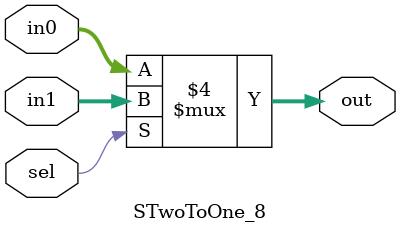
<source format=v>
module STwoToOne_8 (sel, in0, in1, out);
  input sel;
  input [7:0] in0, in1;
  output reg [7:0] out;

	always @(sel, in0, in1) begin
		if (sel == 0)
		begin
			out <= in0;
		end
		else
		begin
			out <= in1;	  
		end
	//$display($time," MuxOut: %b",out);
	end
endmodule
</source>
